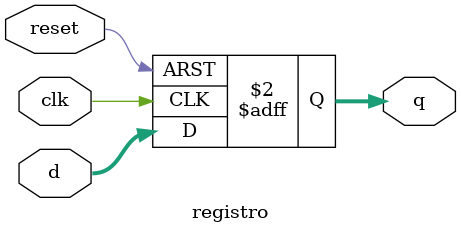
<source format=v>
module registro #(parameter WIDTH = 8)
              (input  wire             clk, reset,
               input  wire [WIDTH-1:0] d, 
               output reg  [WIDTH-1:0] q);
  always @(posedge clk, posedge reset)
    if (reset) q <= 0;
    else       q <= d;
endmodule
</source>
